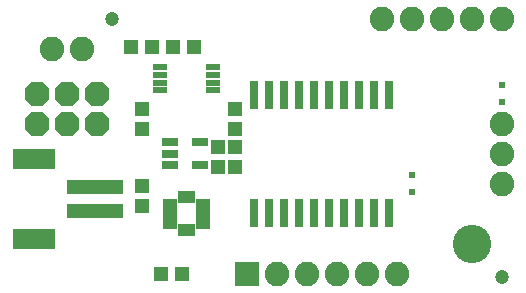
<source format=gbr>
G04 EAGLE Gerber RS-274X export*
G75*
%MOMM*%
%FSLAX34Y34*%
%LPD*%
%INSoldermask Top*%
%IPPOS*%
%AMOC8*
5,1,8,0,0,1.08239X$1,22.5*%
G01*
%ADD10R,1.303200X0.603200*%
%ADD11R,1.155600X0.503200*%
%ADD12R,0.503200X1.054000*%
%ADD13P,2.254402X8X22.500000*%
%ADD14R,4.803200X1.203200*%
%ADD15R,3.603200X1.803200*%
%ADD16R,0.803200X2.403200*%
%ADD17R,1.303200X1.203200*%
%ADD18R,1.203200X1.303200*%
%ADD19R,0.603200X0.603200*%
%ADD20C,2.082800*%
%ADD21R,2.082800X2.082800*%
%ADD22R,1.403200X0.753200*%
%ADD23C,3.251200*%
%ADD24C,1.203200*%


D10*
X129900Y187550D03*
X129900Y181050D03*
X129900Y174550D03*
X129900Y168050D03*
X174900Y168050D03*
X174900Y174550D03*
X174900Y181050D03*
X174900Y187550D03*
D11*
X138138Y73500D03*
X138138Y68500D03*
X138138Y63500D03*
X138138Y58500D03*
X138138Y53500D03*
D12*
X147400Y49480D03*
X152400Y49480D03*
X157400Y49480D03*
D11*
X166662Y53500D03*
X166662Y58500D03*
X166662Y63500D03*
X166662Y68500D03*
X166662Y73500D03*
D12*
X157400Y77520D03*
X152400Y77520D03*
X147400Y77520D03*
D13*
X25400Y139700D03*
X25400Y165100D03*
X50800Y139700D03*
X50800Y165100D03*
X76200Y139700D03*
X76200Y165100D03*
D14*
X75100Y66200D03*
X75100Y86200D03*
D15*
X23100Y42200D03*
X23100Y110200D03*
D16*
X209550Y64300D03*
X222250Y64300D03*
X234950Y64300D03*
X247650Y64300D03*
X260350Y64300D03*
X273050Y64300D03*
X285750Y64300D03*
X298450Y64300D03*
X311150Y64300D03*
X323850Y64300D03*
X323850Y164300D03*
X311150Y164300D03*
X298450Y164300D03*
X285750Y164300D03*
X273050Y164300D03*
X260350Y164300D03*
X247650Y164300D03*
X234950Y164300D03*
X222250Y164300D03*
X209550Y164300D03*
D17*
X141360Y204470D03*
X158360Y204470D03*
D18*
X114300Y87240D03*
X114300Y70240D03*
D19*
X419100Y172100D03*
X419100Y158100D03*
D20*
X419100Y139700D03*
X419100Y114300D03*
X419100Y88900D03*
D21*
X203200Y12700D03*
D20*
X228600Y12700D03*
X254000Y12700D03*
X279400Y12700D03*
X304800Y12700D03*
X330200Y12700D03*
D19*
X342900Y95900D03*
X342900Y81900D03*
D22*
X138129Y123800D03*
X138129Y114300D03*
X138129Y104800D03*
X164131Y104800D03*
X164131Y123800D03*
D17*
X122800Y204470D03*
X105800Y204470D03*
D18*
X114300Y152010D03*
X114300Y135010D03*
X179070Y120260D03*
X179070Y103260D03*
X193040Y120260D03*
X193040Y103260D03*
X193040Y135010D03*
X193040Y152010D03*
D20*
X63500Y203200D03*
X38100Y203200D03*
X317500Y228600D03*
X342900Y228600D03*
X368300Y228600D03*
X393700Y228600D03*
X419100Y228600D03*
D17*
X131200Y12700D03*
X148200Y12700D03*
D23*
X393700Y38100D03*
D24*
X419100Y10160D03*
X88900Y228600D03*
M02*

</source>
